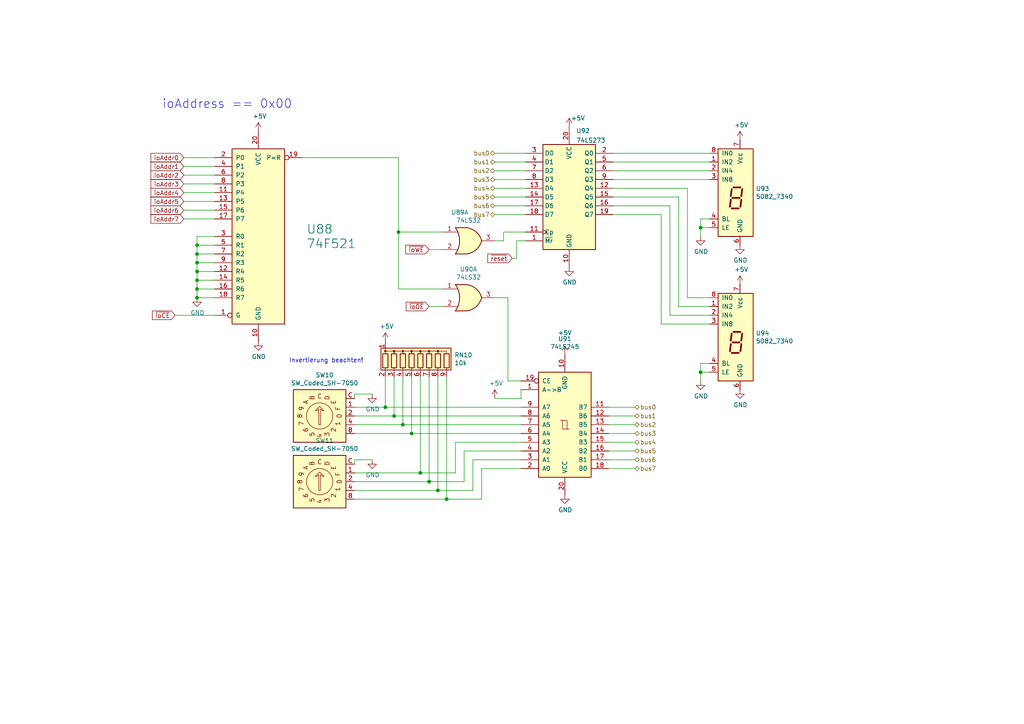
<source format=kicad_sch>
(kicad_sch (version 20211123) (generator eeschema)
  (paper "A4")
  (lib_symbols
    (symbol "74xx:74LS245" (pin_names (offset 1.016))
      (property "Reference" "U" (at -7.62 16.51 0))
      (property "Value" "74LS245" (at -7.62 -16.51 0))
      (symbol "74LS245_1_0"
        (polyline (pts (xy -0.635 -1.27) (xy -0.635 1.27) (xy 0.635 1.27)))
        (polyline (pts (xy -1.27 -1.27) (xy 0.635 -1.27) (xy 0.635 1.27) (xy 1.27 1.27)))
        (pin input line (at -12.7 -10.16 0) (length 5.08) (name "A->B") (number "1"))
        (pin power_in line (at 0 -20.32 90) (length 5.08) (name "GND") (number "10"))
        (pin tri_state line (at 12.7 -5.08 180) (length 5.08) (name "B7") (number "11"))
        (pin tri_state line (at 12.7 -2.54 180) (length 5.08) (name "B6") (number "12"))
        (pin tri_state line (at 12.7 0 180) (length 5.08) (name "B5") (number "13"))
        (pin tri_state line (at 12.7 2.54 180) (length 5.08) (name "B4") (number "14"))
        (pin tri_state line (at 12.7 5.08 180) (length 5.08) (name "B3") (number "15"))
        (pin tri_state line (at 12.7 7.62 180) (length 5.08) (name "B2") (number "16"))
        (pin tri_state line (at 12.7 10.16 180) (length 5.08) (name "B1") (number "17"))
        (pin tri_state line (at 12.7 12.7 180) (length 5.08) (name "B0") (number "18"))
        (pin input inverted (at -12.7 -12.7 0) (length 5.08) (name "CE") (number "19"))
        (pin tri_state line (at -12.7 12.7 0) (length 5.08) (name "A0") (number "2"))
        (pin power_in line (at 0 20.32 270) (length 5.08) (name "VCC") (number "20"))
        (pin tri_state line (at -12.7 10.16 0) (length 5.08) (name "A1") (number "3"))
        (pin tri_state line (at -12.7 7.62 0) (length 5.08) (name "A2") (number "4"))
        (pin tri_state line (at -12.7 5.08 0) (length 5.08) (name "A3") (number "5"))
        (pin tri_state line (at -12.7 2.54 0) (length 5.08) (name "A4") (number "6"))
        (pin tri_state line (at -12.7 0 0) (length 5.08) (name "A5") (number "7"))
        (pin tri_state line (at -12.7 -2.54 0) (length 5.08) (name "A6") (number "8"))
        (pin tri_state line (at -12.7 -5.08 0) (length 5.08) (name "A7") (number "9"))
      )
      (symbol "74LS245_1_1"
        (rectangle (start -7.62 15.24) (end 7.62 -15.24) (stroke (width 0.254)) (fill (type background)))
      )
    )
    (symbol "74xx:74LS273"
      (property "Reference" "U" (at -7.62 16.51 0))
      (property "Value" "74LS273" (at -7.62 -16.51 0))
      (symbol "74LS273_1_0"
        (pin input line (at -12.7 -12.7 0) (length 5.08) (name "~{Mr}") (number "1"))
        (pin power_in line (at 0 -20.32 90) (length 5.08) (name "GND") (number "10"))
        (pin input clock (at -12.7 -10.16 0) (length 5.08) (name "Cp") (number "11"))
        (pin output line (at 12.7 2.54 180) (length 5.08) (name "Q4") (number "12"))
        (pin input line (at -12.7 2.54 0) (length 5.08) (name "D4") (number "13"))
        (pin input line (at -12.7 0 0) (length 5.08) (name "D5") (number "14"))
        (pin output line (at 12.7 0 180) (length 5.08) (name "Q5") (number "15"))
        (pin output line (at 12.7 -2.54 180) (length 5.08) (name "Q6") (number "16"))
        (pin input line (at -12.7 -2.54 0) (length 5.08) (name "D6") (number "17"))
        (pin input line (at -12.7 -5.08 0) (length 5.08) (name "D7") (number "18"))
        (pin output line (at 12.7 -5.08 180) (length 5.08) (name "Q7") (number "19"))
        (pin output line (at 12.7 12.7 180) (length 5.08) (name "Q0") (number "2"))
        (pin power_in line (at 0 20.32 270) (length 5.08) (name "VCC") (number "20"))
        (pin input line (at -12.7 12.7 0) (length 5.08) (name "D0") (number "3"))
        (pin input line (at -12.7 10.16 0) (length 5.08) (name "D1") (number "4"))
        (pin output line (at 12.7 10.16 180) (length 5.08) (name "Q1") (number "5"))
        (pin output line (at 12.7 7.62 180) (length 5.08) (name "Q2") (number "6"))
        (pin input line (at -12.7 7.62 0) (length 5.08) (name "D2") (number "7"))
        (pin input line (at -12.7 5.08 0) (length 5.08) (name "D3") (number "8"))
        (pin output line (at 12.7 5.08 180) (length 5.08) (name "Q3") (number "9"))
      )
      (symbol "74LS273_1_1"
        (rectangle (start -7.62 15.24) (end 7.62 -15.24) (stroke (width 0.254)) (fill (type background)))
      )
    )
    (symbol "74xx:74LS32" (pin_names (offset 1.016))
      (property "Reference" "U" (at 0 1.27 0))
      (property "Value" "74LS32" (at 0 -1.27 0))
      (symbol "74LS32_1_1"
        (arc (start -3.81 -3.81) (mid -2.589 0) (end -3.81 3.81) (stroke (width 0.254)))
        (arc (start -0.6096 -3.81) (mid 2.1855 -2.584) (end 3.81 0) (stroke (width 0.254)) (fill (type background)))
        (polyline (pts (xy -3.81 -3.81) (xy -0.635 -3.81)) (stroke (width 0.254)) (fill (type background)))
        (polyline (pts (xy -3.81 3.81) (xy -0.635 3.81)) (stroke (width 0.254)) (fill (type background)))
        (polyline (pts (xy -0.635 3.81) (xy -3.81 3.81) (xy -3.81 3.81) (xy -3.556 3.4036) (xy -3.0226 2.2606) (xy -2.6924 1.0414) (xy -2.6162 -0.254) (xy -2.7686 -1.4986) (xy -3.175 -2.7178) (xy -3.81 -3.81) (xy -3.81 -3.81) (xy -0.635 -3.81)) (stroke (width -25.4)) (fill (type background)))
        (arc (start 3.81 0) (mid 2.1928 2.5925) (end -0.6096 3.81) (stroke (width 0.254)) (fill (type background)))
        (pin input line (at -7.62 2.54 0) (length 4.318) (name "~") (number "1"))
        (pin input line (at -7.62 -2.54 0) (length 4.318) (name "~") (number "2"))
        (pin output line (at 7.62 0 180) (length 3.81) (name "~") (number "3"))
      )
      (symbol "74LS32_1_2"
        (arc (start 0 -3.81) (mid 3.81 0) (end 0 3.81) (stroke (width 0.254)) (fill (type background)))
        (polyline (pts (xy 0 3.81) (xy -3.81 3.81) (xy -3.81 -3.81) (xy 0 -3.81)) (stroke (width 0.254)) (fill (type background)))
        (pin input inverted (at -7.62 2.54 0) (length 3.81) (name "~") (number "1"))
        (pin input inverted (at -7.62 -2.54 0) (length 3.81) (name "~") (number "2"))
        (pin output inverted (at 7.62 0 180) (length 3.81) (name "~") (number "3"))
      )
      (symbol "74LS32_2_1"
        (arc (start -3.81 -3.81) (mid -2.589 0) (end -3.81 3.81) (stroke (width 0.254)))
        (arc (start -0.6096 -3.81) (mid 2.1855 -2.584) (end 3.81 0) (stroke (width 0.254)) (fill (type background)))
        (polyline (pts (xy -3.81 -3.81) (xy -0.635 -3.81)) (stroke (width 0.254)) (fill (type background)))
        (polyline (pts (xy -3.81 3.81) (xy -0.635 3.81)) (stroke (width 0.254)) (fill (type background)))
        (polyline (pts (xy -0.635 3.81) (xy -3.81 3.81) (xy -3.81 3.81) (xy -3.556 3.4036) (xy -3.0226 2.2606) (xy -2.6924 1.0414) (xy -2.6162 -0.254) (xy -2.7686 -1.4986) (xy -3.175 -2.7178) (xy -3.81 -3.81) (xy -3.81 -3.81) (xy -0.635 -3.81)) (stroke (width -25.4)) (fill (type background)))
        (arc (start 3.81 0) (mid 2.1928 2.5925) (end -0.6096 3.81) (stroke (width 0.254)) (fill (type background)))
        (pin input line (at -7.62 2.54 0) (length 4.318) (name "~") (number "4"))
        (pin input line (at -7.62 -2.54 0) (length 4.318) (name "~") (number "5"))
        (pin output line (at 7.62 0 180) (length 3.81) (name "~") (number "6"))
      )
      (symbol "74LS32_2_2"
        (arc (start 0 -3.81) (mid 3.81 0) (end 0 3.81) (stroke (width 0.254)) (fill (type background)))
        (polyline (pts (xy 0 3.81) (xy -3.81 3.81) (xy -3.81 -3.81) (xy 0 -3.81)) (stroke (width 0.254)) (fill (type background)))
        (pin input inverted (at -7.62 2.54 0) (length 3.81) (name "~") (number "4"))
        (pin input inverted (at -7.62 -2.54 0) (length 3.81) (name "~") (number "5"))
        (pin output inverted (at 7.62 0 180) (length 3.81) (name "~") (number "6"))
      )
      (symbol "74LS32_3_1"
        (arc (start -3.81 -3.81) (mid -2.589 0) (end -3.81 3.81) (stroke (width 0.254)))
        (arc (start -0.6096 -3.81) (mid 2.1855 -2.584) (end 3.81 0) (stroke (width 0.254)) (fill (type background)))
        (polyline (pts (xy -3.81 -3.81) (xy -0.635 -3.81)) (stroke (width 0.254)) (fill (type background)))
        (polyline (pts (xy -3.81 3.81) (xy -0.635 3.81)) (stroke (width 0.254)) (fill (type background)))
        (polyline (pts (xy -0.635 3.81) (xy -3.81 3.81) (xy -3.81 3.81) (xy -3.556 3.4036) (xy -3.0226 2.2606) (xy -2.6924 1.0414) (xy -2.6162 -0.254) (xy -2.7686 -1.4986) (xy -3.175 -2.7178) (xy -3.81 -3.81) (xy -3.81 -3.81) (xy -0.635 -3.81)) (stroke (width -25.4)) (fill (type background)))
        (arc (start 3.81 0) (mid 2.1928 2.5925) (end -0.6096 3.81) (stroke (width 0.254)) (fill (type background)))
        (pin input line (at -7.62 -2.54 0) (length 4.318) (name "~") (number "10"))
        (pin output line (at 7.62 0 180) (length 3.81) (name "~") (number "8"))
        (pin input line (at -7.62 2.54 0) (length 4.318) (name "~") (number "9"))
      )
      (symbol "74LS32_3_2"
        (arc (start 0 -3.81) (mid 3.81 0) (end 0 3.81) (stroke (width 0.254)) (fill (type background)))
        (polyline (pts (xy 0 3.81) (xy -3.81 3.81) (xy -3.81 -3.81) (xy 0 -3.81)) (stroke (width 0.254)) (fill (type background)))
        (pin input inverted (at -7.62 -2.54 0) (length 3.81) (name "~") (number "10"))
        (pin output inverted (at 7.62 0 180) (length 3.81) (name "~") (number "8"))
        (pin input inverted (at -7.62 2.54 0) (length 3.81) (name "~") (number "9"))
      )
      (symbol "74LS32_4_1"
        (arc (start -3.81 -3.81) (mid -2.589 0) (end -3.81 3.81) (stroke (width 0.254)))
        (arc (start -0.6096 -3.81) (mid 2.1855 -2.584) (end 3.81 0) (stroke (width 0.254)) (fill (type background)))
        (polyline (pts (xy -3.81 -3.81) (xy -0.635 -3.81)) (stroke (width 0.254)) (fill (type background)))
        (polyline (pts (xy -3.81 3.81) (xy -0.635 3.81)) (stroke (width 0.254)) (fill (type background)))
        (polyline (pts (xy -0.635 3.81) (xy -3.81 3.81) (xy -3.81 3.81) (xy -3.556 3.4036) (xy -3.0226 2.2606) (xy -2.6924 1.0414) (xy -2.6162 -0.254) (xy -2.7686 -1.4986) (xy -3.175 -2.7178) (xy -3.81 -3.81) (xy -3.81 -3.81) (xy -0.635 -3.81)) (stroke (width -25.4)) (fill (type background)))
        (arc (start 3.81 0) (mid 2.1928 2.5925) (end -0.6096 3.81) (stroke (width 0.254)) (fill (type background)))
        (pin output line (at 7.62 0 180) (length 3.81) (name "~") (number "11"))
        (pin input line (at -7.62 2.54 0) (length 4.318) (name "~") (number "12"))
        (pin input line (at -7.62 -2.54 0) (length 4.318) (name "~") (number "13"))
      )
      (symbol "74LS32_4_2"
        (arc (start 0 -3.81) (mid 3.81 0) (end 0 3.81) (stroke (width 0.254)) (fill (type background)))
        (polyline (pts (xy 0 3.81) (xy -3.81 3.81) (xy -3.81 -3.81) (xy 0 -3.81)) (stroke (width 0.254)) (fill (type background)))
        (pin output inverted (at 7.62 0 180) (length 3.81) (name "~") (number "11"))
        (pin input inverted (at -7.62 2.54 0) (length 3.81) (name "~") (number "12"))
        (pin input inverted (at -7.62 -2.54 0) (length 3.81) (name "~") (number "13"))
      )
      (symbol "74LS32_5_0"
        (pin power_in line (at 0 12.7 270) (length 5.08) (name "VCC") (number "14"))
        (pin power_in line (at 0 -12.7 90) (length 5.08) (name "GND") (number "7"))
      )
      (symbol "74LS32_5_1"
        (rectangle (start -5.08 7.62) (end 5.08 -7.62) (stroke (width 0.254)) (fill (type background)))
      )
    )
    (symbol "Device:R_Network08" (pin_names (offset 0) hide)
      (property "Reference" "RN" (at -12.7 0 90))
      (property "Value" "R_Network08" (at 10.16 0 90))
      (symbol "R_Network08_0_1"
        (rectangle (start -11.43 -3.175) (end 8.89 3.175) (stroke (width 0.254)) (fill (type background)))
        (rectangle (start -10.922 1.524) (end -9.398 -2.54) (stroke (width 0.254)))
        (circle (center -10.16 2.286) (radius 0.254) (fill (type outline)))
        (rectangle (start -8.382 1.524) (end -6.858 -2.54) (stroke (width 0.254)))
        (circle (center -7.62 2.286) (radius 0.254) (fill (type outline)))
        (rectangle (start -5.842 1.524) (end -4.318 -2.54) (stroke (width 0.254)))
        (circle (center -5.08 2.286) (radius 0.254) (fill (type outline)))
        (rectangle (start -3.302 1.524) (end -1.778 -2.54) (stroke (width 0.254)))
        (circle (center -2.54 2.286) (radius 0.254) (fill (type outline)))
        (rectangle (start -0.762 1.524) (end 0.762 -2.54) (stroke (width 0.254)))
        (polyline (pts (xy -10.16 -2.54) (xy -10.16 -3.81)))
        (polyline (pts (xy -7.62 -2.54) (xy -7.62 -3.81)))
        (polyline (pts (xy -5.08 -2.54) (xy -5.08 -3.81)))
        (polyline (pts (xy -2.54 -2.54) (xy -2.54 -3.81)))
        (polyline (pts (xy 0 -2.54) (xy 0 -3.81)))
        (polyline (pts (xy 2.54 -2.54) (xy 2.54 -3.81)))
        (polyline (pts (xy 5.08 -2.54) (xy 5.08 -3.81)))
        (polyline (pts (xy 7.62 -2.54) (xy 7.62 -3.81)))
        (polyline (pts (xy -10.16 1.524) (xy -10.16 2.286) (xy -7.62 2.286) (xy -7.62 1.524)))
        (polyline (pts (xy -7.62 1.524) (xy -7.62 2.286) (xy -5.08 2.286) (xy -5.08 1.524)))
        (polyline (pts (xy -5.08 1.524) (xy -5.08 2.286) (xy -2.54 2.286) (xy -2.54 1.524)))
        (polyline (pts (xy -2.54 1.524) (xy -2.54 2.286) (xy 0 2.286) (xy 0 1.524)))
        (polyline (pts (xy 0 1.524) (xy 0 2.286) (xy 2.54 2.286) (xy 2.54 1.524)))
        (polyline (pts (xy 2.54 1.524) (xy 2.54 2.286) (xy 5.08 2.286) (xy 5.08 1.524)))
        (polyline (pts (xy 5.08 1.524) (xy 5.08 2.286) (xy 7.62 2.286) (xy 7.62 1.524)))
        (circle (center 0 2.286) (radius 0.254) (fill (type outline)))
        (rectangle (start 1.778 1.524) (end 3.302 -2.54) (stroke (width 0.254)))
        (circle (center 2.54 2.286) (radius 0.254) (fill (type outline)))
        (rectangle (start 4.318 1.524) (end 5.842 -2.54) (stroke (width 0.254)))
        (circle (center 5.08 2.286) (radius 0.254) (fill (type outline)))
        (rectangle (start 6.858 1.524) (end 8.382 -2.54) (stroke (width 0.254)))
      )
      (symbol "R_Network08_1_1"
        (pin passive line (at -10.16 5.08 270) (length 2.54) (name "common") (number "1"))
        (pin passive line (at -10.16 -5.08 90) (length 1.27) (name "R1") (number "2"))
        (pin passive line (at -7.62 -5.08 90) (length 1.27) (name "R2") (number "3"))
        (pin passive line (at -5.08 -5.08 90) (length 1.27) (name "R3") (number "4"))
        (pin passive line (at -2.54 -5.08 90) (length 1.27) (name "R4") (number "5"))
        (pin passive line (at 0 -5.08 90) (length 1.27) (name "R5") (number "6"))
        (pin passive line (at 2.54 -5.08 90) (length 1.27) (name "R6") (number "7"))
        (pin passive line (at 5.08 -5.08 90) (length 1.27) (name "R7") (number "8"))
        (pin passive line (at 7.62 -5.08 90) (length 1.27) (name "R8") (number "9"))
      )
    )
    (symbol "EDiC-rescue:5082_7340" (pin_names (offset 1.016))
      (property "Reference" "U" (at 0 2.54 0))
      (property "Value" "5082_7340" (at 0 0 0))
      (symbol "5082_7340_1_1"
        (rectangle (start -16.51 13.97) (end -6.35 -11.43) (stroke (width 0.254)) (fill (type background)))
        (polyline (pts (xy -12.827 -0.762) (xy -13.081 -2.794)) (stroke (width 0.508)))
        (polyline (pts (xy -12.573 -3.302) (xy -10.541 -3.302)) (stroke (width 0.508)))
        (polyline (pts (xy -12.573 2.286) (xy -12.827 0.254)) (stroke (width 0.508)))
        (polyline (pts (xy -12.319 -0.254) (xy -10.287 -0.254)) (stroke (width 0.508)))
        (polyline (pts (xy -12.065 2.794) (xy -10.033 2.794)) (stroke (width 0.508)))
        (polyline (pts (xy -9.779 -0.762) (xy -10.033 -2.794)) (stroke (width 0.508)))
        (polyline (pts (xy -9.525 2.286) (xy -9.779 0.254)) (stroke (width 0.508)))
        (polyline (pts (xy -8.763 -3.302) (xy -8.763 -3.302)) (stroke (width 0.508)))
        (pin input line (at -19.05 10.16 0) (length 2.54) (name "IN2") (number "1"))
        (pin input line (at -19.05 7.62 0) (length 2.54) (name "IN4") (number "2"))
        (pin input line (at -19.05 5.08 0) (length 2.54) (name "IN8") (number "3"))
        (pin input line (at -19.05 -6.35 0) (length 2.54) (name "BL") (number "4"))
        (pin input line (at -19.05 -8.89 0) (length 2.54) (name "LE") (number "5"))
        (pin power_in line (at -10.16 -13.97 90) (length 2.54) (name "GND") (number "6"))
        (pin power_in line (at -10.16 16.51 270) (length 2.54) (name "Vcc") (number "7"))
        (pin input line (at -19.05 12.7 0) (length 2.54) (name "IN0") (number "8"))
      )
    )
    (symbol "EDiC-rescue:74F521" (pin_names (offset 1.016))
      (property "Reference" "U" (at 0 -3.81 0))
      (property "Value" "74F521" (at 0 0 0))
      (symbol "74F521_1_1"
        (rectangle (start -22.86 22.86) (end -7.62 -27.94) (stroke (width 0.254)) (fill (type background)))
        (pin input inverted (at -27.94 -25.4 0) (length 5.08) (name "G") (number "1"))
        (pin power_in line (at -15.24 -33.02 90) (length 5.08) (name "GND") (number "10"))
        (pin input line (at -27.94 10.16 0) (length 5.08) (name "P4") (number "11"))
        (pin input line (at -27.94 -12.7 0) (length 5.08) (name "R4") (number "12"))
        (pin input line (at -27.94 7.62 0) (length 5.08) (name "P5") (number "13"))
        (pin input line (at -27.94 -15.24 0) (length 5.08) (name "R5") (number "14"))
        (pin input line (at -27.94 5.08 0) (length 5.08) (name "P6") (number "15"))
        (pin input line (at -27.94 -17.78 0) (length 5.08) (name "R6") (number "16"))
        (pin input line (at -27.94 2.54 0) (length 5.08) (name "P7") (number "17"))
        (pin input line (at -27.94 -20.32 0) (length 5.08) (name "R7") (number "18"))
        (pin output inverted (at -2.54 20.32 180) (length 5.08) (name "P=R") (number "19"))
        (pin input line (at -27.94 20.32 0) (length 5.08) (name "P0") (number "2"))
        (pin power_in line (at -15.24 27.94 270) (length 5.08) (name "VCC") (number "20"))
        (pin input line (at -27.94 -2.54 0) (length 5.08) (name "R0") (number "3"))
        (pin input line (at -27.94 17.78 0) (length 5.08) (name "P1") (number "4"))
        (pin input line (at -27.94 -5.08 0) (length 5.08) (name "R1") (number "5"))
        (pin input line (at -27.94 15.24 0) (length 5.08) (name "P2") (number "6"))
        (pin input line (at -27.94 -7.62 0) (length 5.08) (name "R2") (number "7"))
        (pin input line (at -27.94 12.7 0) (length 5.08) (name "P3") (number "8"))
        (pin input line (at -27.94 -10.16 0) (length 5.08) (name "R3") (number "9"))
      )
    )
    (symbol "Switch:SW_Coded_SH-7050" (pin_names hide)
      (property "Reference" "SW" (at -7.62 8.89 0))
      (property "Value" "SW_Coded_SH-7050" (at -7.62 -8.89 0))
      (symbol "SW_Coded_SH-7050_0_0"
        (text "0" (at 5.715 0 2700) (effects (font (size 1.27 1.27))))
        (text "1" (at 5.2832 -2.1844 2475) (effects (font (size 1.27 1.27))))
        (text "2" (at 4.0386 -4.0386 2250) (effects (font (size 1.27 1.27))))
        (text "3" (at 2.1844 -5.2832 2025) (effects (font (size 1.27 1.27))))
        (text "4" (at 0 -5.715 1800) (effects (font (size 1.27 1.27))))
        (text "5" (at -2.1844 -5.2832 1575) (effects (font (size 1.27 1.27))))
        (text "6" (at -4.0386 -4.0386 1350) (effects (font (size 1.27 1.27))))
        (text "7" (at -5.2832 -2.1844 1125) (effects (font (size 1.27 1.27))))
        (text "8" (at -5.715 0 900) (effects (font (size 1.27 1.27))))
        (text "9" (at -5.2832 2.1844 675) (effects (font (size 1.27 1.27))))
        (text "A" (at -4.0386 4.0386 450) (effects (font (size 1.27 1.27))))
        (text "B" (at -2.1844 5.2832 225) (effects (font (size 1.27 1.27))))
        (text "C" (at 0 5.715 0) (effects (font (size 1.27 1.27))))
        (text "D" (at 2.1844 5.2832 3375) (effects (font (size 1.27 1.27))))
        (text "E" (at 4.0386 4.0386 3150) (effects (font (size 1.27 1.27))))
        (text "F" (at 5.2832 2.1844 2925) (effects (font (size 1.27 1.27))))
      )
      (symbol "SW_Coded_SH-7050_0_1"
        (polyline (pts (xy -0.254 -2.54) (xy -0.254 2.032) (xy -0.762 1.524) (xy -1.27 1.524) (xy 0 2.794) (xy 1.27 1.524) (xy 0.762 1.524) (xy 0.254 2.032) (xy 0.254 -2.54) (xy -0.254 -2.54) (xy -0.254 -2.54)))
        (circle (center 0 0) (radius 3.81))
        (rectangle (start 7.62 7.62) (end -7.62 -7.62) (stroke (width 0.254)) (fill (type background)))
      )
      (symbol "SW_Coded_SH-7050_1_1"
        (pin passive line (at 10.16 2.54 180) (length 2.54) (name "1") (number "1"))
        (pin passive line (at 10.16 0 180) (length 2.54) (name "2") (number "2"))
        (pin passive line (at 10.16 -2.54 180) (length 2.54) (name "4") (number "4"))
        (pin passive line (at 10.16 -5.08 180) (length 2.54) (name "8") (number "8"))
        (pin passive line (at 10.16 5.08 180) (length 2.54) (name "C") (number "C"))
      )
    )
    (symbol "power:+5V" (power) (pin_names (offset 0))
      (property "Value" "+5V" (at 0 3.556 0))
      (symbol "+5V_0_1"
        (polyline (pts (xy -0.762 1.27) (xy 0 2.54)))
        (polyline (pts (xy 0 0) (xy 0 2.54)))
        (polyline (pts (xy 0 2.54) (xy 0.762 1.27)))
      )
      (symbol "+5V_1_1"
        (pin power_in line (at 0 0 90) (length 0) hide (name "+5V") (number "1"))
      )
    )
    (symbol "power:GND" (power) (pin_names (offset 0))
      (property "Value" "GND" (at 0 -3.81 0))
      (symbol "GND_0_1"
        (polyline (pts (xy 0 0) (xy 0 -1.27) (xy 1.27 -1.27) (xy 0 -2.54) (xy -1.27 -1.27) (xy 0 -1.27)))
      )
      (symbol "GND_1_1"
        (pin power_in line (at 0 0 270) (length 0) hide (name "GND") (number "1"))
      )
    )
  )
  (junction (at 57.15 71.12))
  (junction (at 114.3 120.65))
  (junction (at 57.15 83.82))
  (junction (at 124.46 139.7))
  (junction (at 127 142.24))
  (junction (at 121.92 137.16))
  (junction (at 203.2 66.04))
  (junction (at 115.57 67.31))
  (junction (at 57.15 81.28))
  (junction (at 119.38 125.73))
  (junction (at 203.2 107.95))
  (junction (at 57.15 76.2))
  (junction (at 57.15 78.74))
  (junction (at 57.15 86.36))
  (junction (at 116.84 123.19))
  (junction (at 111.76 118.11))
  (junction (at 129.54 144.78))
  (junction (at 57.15 73.66))
  (wire (pts (xy 203.2 105.41) (xy 205.74 105.41)))
  (wire (pts (xy 184.15 125.73) (xy 176.53 125.73)))
  (wire (pts (xy 57.15 83.82) (xy 57.15 81.28)))
  (wire (pts (xy 147.32 110.49) (xy 151.13 110.49)))
  (wire (pts (xy 57.15 68.58) (xy 62.23 68.58)))
  (wire (pts (xy 57.15 83.82) (xy 62.23 83.82)))
  (wire (pts (xy 199.39 54.61) (xy 199.39 86.36)))
  (wire (pts (xy 203.2 110.49) (xy 203.2 107.95)))
  (wire (pts (xy 62.23 71.12) (xy 57.15 71.12)))
  (wire (pts (xy 57.15 78.74) (xy 57.15 76.2)))
  (wire (pts (xy 152.4 49.53) (xy 143.51 49.53)))
  (wire (pts (xy 205.74 52.07) (xy 177.8 52.07)))
  (wire (pts (xy 151.13 120.65) (xy 114.3 120.65)))
  (wire (pts (xy 176.53 133.35) (xy 184.15 133.35)))
  (wire (pts (xy 137.16 133.35) (xy 151.13 133.35)))
  (wire (pts (xy 191.77 62.23) (xy 191.77 93.98)))
  (wire (pts (xy 132.08 137.16) (xy 121.92 137.16)))
  (wire (pts (xy 205.74 91.44) (xy 194.31 91.44)))
  (wire (pts (xy 62.23 81.28) (xy 57.15 81.28)))
  (wire (pts (xy 205.74 44.45) (xy 177.8 44.45)))
  (wire (pts (xy 124.46 109.22) (xy 124.46 139.7)))
  (wire (pts (xy 205.74 93.98) (xy 191.77 93.98)))
  (wire (pts (xy 143.51 86.36) (xy 147.32 86.36)))
  (wire (pts (xy 129.54 144.78) (xy 139.7 144.78)))
  (wire (pts (xy 124.46 139.7) (xy 134.62 139.7)))
  (wire (pts (xy 194.31 59.69) (xy 194.31 91.44)))
  (wire (pts (xy 205.74 88.9) (xy 196.85 88.9)))
  (wire (pts (xy 177.8 59.69) (xy 194.31 59.69)))
  (wire (pts (xy 107.95 114.3) (xy 102.87 114.3)))
  (wire (pts (xy 205.74 107.95) (xy 203.2 107.95)))
  (wire (pts (xy 205.74 49.53) (xy 177.8 49.53)))
  (wire (pts (xy 127 109.22) (xy 127 142.24)))
  (wire (pts (xy 143.51 52.07) (xy 152.4 52.07)))
  (wire (pts (xy 143.51 115.57) (xy 151.13 115.57)))
  (wire (pts (xy 205.74 66.04) (xy 203.2 66.04)))
  (wire (pts (xy 147.32 86.36) (xy 147.32 110.49)))
  (wire (pts (xy 102.87 137.16) (xy 121.92 137.16)))
  (wire (pts (xy 148.59 74.93) (xy 149.86 74.93)))
  (wire (pts (xy 116.84 123.19) (xy 102.87 123.19)))
  (wire (pts (xy 134.62 130.81) (xy 134.62 139.7)))
  (wire (pts (xy 115.57 83.82) (xy 115.57 67.31)))
  (wire (pts (xy 62.23 63.5) (xy 53.34 63.5)))
  (wire (pts (xy 119.38 125.73) (xy 102.87 125.73)))
  (wire (pts (xy 205.74 86.36) (xy 199.39 86.36)))
  (wire (pts (xy 143.51 62.23) (xy 152.4 62.23)))
  (wire (pts (xy 143.51 69.85) (xy 146.05 69.85)))
  (wire (pts (xy 177.8 62.23) (xy 191.77 62.23)))
  (wire (pts (xy 57.15 73.66) (xy 62.23 73.66)))
  (wire (pts (xy 152.4 44.45) (xy 143.51 44.45)))
  (wire (pts (xy 184.15 135.89) (xy 176.53 135.89)))
  (wire (pts (xy 53.34 55.88) (xy 62.23 55.88)))
  (wire (pts (xy 177.8 57.15) (xy 196.85 57.15)))
  (wire (pts (xy 203.2 68.58) (xy 203.2 66.04)))
  (wire (pts (xy 111.76 118.11) (xy 102.87 118.11)))
  (wire (pts (xy 53.34 45.72) (xy 62.23 45.72)))
  (wire (pts (xy 176.53 118.11) (xy 184.15 118.11)))
  (wire (pts (xy 146.05 69.85) (xy 146.05 67.31)))
  (wire (pts (xy 102.87 133.35) (xy 102.87 134.62)))
  (wire (pts (xy 143.51 57.15) (xy 152.4 57.15)))
  (wire (pts (xy 152.4 59.69) (xy 143.51 59.69)))
  (wire (pts (xy 62.23 53.34) (xy 53.34 53.34)))
  (wire (pts (xy 205.74 46.99) (xy 177.8 46.99)))
  (wire (pts (xy 102.87 144.78) (xy 129.54 144.78)))
  (wire (pts (xy 57.15 81.28) (xy 57.15 78.74)))
  (wire (pts (xy 176.53 123.19) (xy 184.15 123.19)))
  (wire (pts (xy 57.15 78.74) (xy 62.23 78.74)))
  (wire (pts (xy 151.13 115.57) (xy 151.13 113.03)))
  (wire (pts (xy 57.15 86.36) (xy 57.15 83.82)))
  (wire (pts (xy 102.87 139.7) (xy 124.46 139.7)))
  (wire (pts (xy 128.27 83.82) (xy 115.57 83.82)))
  (wire (pts (xy 152.4 54.61) (xy 143.51 54.61)))
  (wire (pts (xy 102.87 142.24) (xy 127 142.24)))
  (wire (pts (xy 177.8 54.61) (xy 199.39 54.61)))
  (wire (pts (xy 151.13 135.89) (xy 139.7 135.89)))
  (wire (pts (xy 62.23 48.26) (xy 53.34 48.26)))
  (wire (pts (xy 57.15 86.36) (xy 62.23 86.36)))
  (wire (pts (xy 132.08 137.16) (xy 132.08 128.27)))
  (wire (pts (xy 57.15 76.2) (xy 57.15 73.66)))
  (wire (pts (xy 137.16 142.24) (xy 137.16 133.35)))
  (wire (pts (xy 107.95 133.35) (xy 102.87 133.35)))
  (wire (pts (xy 121.92 109.22) (xy 121.92 137.16)))
  (wire (pts (xy 132.08 128.27) (xy 151.13 128.27)))
  (wire (pts (xy 143.51 46.99) (xy 152.4 46.99)))
  (wire (pts (xy 184.15 130.81) (xy 176.53 130.81)))
  (wire (pts (xy 149.86 74.93) (xy 149.86 69.85)))
  (wire (pts (xy 53.34 60.96) (xy 62.23 60.96)))
  (wire (pts (xy 50.8 91.44) (xy 62.23 91.44)))
  (wire (pts (xy 127 142.24) (xy 137.16 142.24)))
  (wire (pts (xy 87.63 45.72) (xy 115.57 45.72)))
  (wire (pts (xy 203.2 63.5) (xy 205.74 63.5)))
  (wire (pts (xy 128.27 72.39) (xy 124.46 72.39)))
  (wire (pts (xy 57.15 73.66) (xy 57.15 71.12)))
  (wire (pts (xy 146.05 67.31) (xy 152.4 67.31)))
  (wire (pts (xy 111.76 109.22) (xy 111.76 118.11)))
  (wire (pts (xy 184.15 120.65) (xy 176.53 120.65)))
  (wire (pts (xy 62.23 58.42) (xy 53.34 58.42)))
  (wire (pts (xy 151.13 130.81) (xy 134.62 130.81)))
  (wire (pts (xy 139.7 135.89) (xy 139.7 144.78)))
  (wire (pts (xy 53.34 50.8) (xy 62.23 50.8)))
  (wire (pts (xy 203.2 66.04) (xy 203.2 63.5)))
  (wire (pts (xy 119.38 109.22) (xy 119.38 125.73)))
  (wire (pts (xy 151.13 123.19) (xy 116.84 123.19)))
  (wire (pts (xy 176.53 128.27) (xy 184.15 128.27)))
  (wire (pts (xy 102.87 114.3) (xy 102.87 115.57)))
  (wire (pts (xy 129.54 109.22) (xy 129.54 144.78)))
  (wire (pts (xy 114.3 120.65) (xy 102.87 120.65)))
  (wire (pts (xy 124.46 88.9) (xy 128.27 88.9)))
  (wire (pts (xy 62.23 76.2) (xy 57.15 76.2)))
  (wire (pts (xy 203.2 107.95) (xy 203.2 105.41)))
  (wire (pts (xy 196.85 88.9) (xy 196.85 57.15)))
  (wire (pts (xy 57.15 71.12) (xy 57.15 68.58)))
  (wire (pts (xy 115.57 45.72) (xy 115.57 67.31)))
  (wire (pts (xy 149.86 69.85) (xy 152.4 69.85)))
  (wire (pts (xy 151.13 118.11) (xy 111.76 118.11)))
  (wire (pts (xy 116.84 123.19) (xy 116.84 109.22)))
  (wire (pts (xy 115.57 67.31) (xy 128.27 67.31)))
  (wire (pts (xy 151.13 125.73) (xy 119.38 125.73)))
  (wire (pts (xy 114.3 109.22) (xy 114.3 120.65)))
  (text "Invertierung beachten!" (at 83.82 105.41 0) (effects (font (size 1.27 1.27)) (justify left bottom)))
  (text "ioAddress == 0x00" (at 46.99 31.75 0) (effects (font (size 2.54 2.54)) (justify left bottom)))
  (global_label "~{ioWE}" (shape input) (at 124.46 72.39 180) (property "Intersheet References" "${INTERSHEET_REFS}" (effects hide)))
  (global_label "ioAddr7" (shape input) (at 53.34 63.5 180) (property "Intersheet References" "${INTERSHEET_REFS}" (effects hide)))
  (global_label "ioAddr6" (shape input) (at 53.34 60.96 180) (property "Intersheet References" "${INTERSHEET_REFS}" (effects hide)))
  (global_label "ioAddr1" (shape input) (at 53.34 48.26 180) (property "Intersheet References" "${INTERSHEET_REFS}" (effects hide)))
  (global_label "~{reset}" (shape input) (at 148.59 74.93 180) (property "Intersheet References" "${INTERSHEET_REFS}" (effects hide)))
  (global_label "ioAddr5" (shape input) (at 53.34 58.42 180) (property "Intersheet References" "${INTERSHEET_REFS}" (effects hide)))
  (global_label "~{ioCE}" (shape input) (at 50.8 91.44 180) (property "Intersheet References" "${INTERSHEET_REFS}" (effects hide)))
  (global_label "~{ioOE}" (shape input) (at 124.46 88.9 180) (property "Intersheet References" "${INTERSHEET_REFS}" (effects hide)))
  (global_label "ioAddr2" (shape input) (at 53.34 50.8 180) (property "Intersheet References" "${INTERSHEET_REFS}" (effects hide)))
  (global_label "ioAddr0" (shape input) (at 53.34 45.72 180) (property "Intersheet References" "${INTERSHEET_REFS}" (effects hide)))
  (global_label "ioAddr3" (shape input) (at 53.34 53.34 180) (property "Intersheet References" "${INTERSHEET_REFS}" (effects hide)))
  (global_label "ioAddr4" (shape input) (at 53.34 55.88 180) (property "Intersheet References" "${INTERSHEET_REFS}" (effects hide)))
  (hierarchical_label "bus4" (shape tri_state) (at 184.15 128.27 0))
  (hierarchical_label "bus0" (shape tri_state) (at 184.15 118.11 0))
  (hierarchical_label "bus4" (shape tri_state) (at 143.51 54.61 180))
  (hierarchical_label "bus5" (shape tri_state) (at 143.51 57.15 180))
  (hierarchical_label "bus7" (shape tri_state) (at 184.15 135.89 0))
  (hierarchical_label "bus2" (shape tri_state) (at 184.15 123.19 0))
  (hierarchical_label "bus6" (shape tri_state) (at 184.15 133.35 0))
  (hierarchical_label "bus2" (shape tri_state) (at 143.51 49.53 180))
  (hierarchical_label "bus1" (shape tri_state) (at 184.15 120.65 0))
  (hierarchical_label "bus3" (shape tri_state) (at 184.15 125.73 0))
  (hierarchical_label "bus6" (shape tri_state) (at 143.51 59.69 180))
  (hierarchical_label "bus1" (shape tri_state) (at 143.51 46.99 180))
  (hierarchical_label "bus3" (shape tri_state) (at 143.51 52.07 180))
  (hierarchical_label "bus5" (shape tri_state) (at 184.15 130.81 0))
  (hierarchical_label "bus0" (shape tri_state) (at 143.51 44.45 180))
  (hierarchical_label "bus7" (shape tri_state) (at 143.51 62.23 180))
  (symbol (lib_id "power:GND") (at 165.1 77.47 0) (unit 1)
    (property "Reference" "#PWR0301" (effects hide))
    (property "Value" "GND" (at 165.227 81.8642 0))
  )
  (symbol (lib_id "power:+5V") (at 165.1 36.83 0) (unit 1)
    (property "Reference" "#PWR0300" (effects hide))
    (property "Value" "+5V" (at 167.64 34.29 0))
  )
  (symbol (lib_id "EDiC-rescue:74F521") (at 90.17 66.04 0) (unit 1)
    (property "Reference" "U88" (at 88.7476 66.4718 0) (effects (font (size 2.54 2.54)) (justify left)))
    (property "Value" "74F521" (at 88.7476 70.6882 0) (effects (font (size 2.54 2.54)) (justify left)))
  )
  (symbol (lib_id "power:GND") (at 57.15 86.36 0) (unit 1)
    (property "Reference" "#PWR0291" (effects hide))
    (property "Value" "GND" (at 57.277 90.7542 0))
  )
  (symbol (lib_id "power:GND") (at 74.93 99.06 0) (unit 1)
    (property "Reference" "#PWR0293" (effects hide))
    (property "Value" "GND" (at 75.057 103.4542 0))
  )
  (symbol (lib_id "power:+5V") (at 74.93 38.1 0) (unit 1)
    (property "Reference" "#PWR0292" (effects hide))
    (property "Value" "+5V" (at 75.311 33.7058 0))
  )
  (symbol (lib_id "74xx:74LS32") (at 135.89 69.85 0) (unit 1)
    (property "Reference" "U89" (at 133.35 61.595 0))
    (property "Value" "74LS32" (at 135.89 63.9064 0))
    (property "Datasheet" "http://www.ti.com/lit/gpn/sn74LS32" (effects hide))
  )
  (symbol (lib_id "Switch:SW_Coded_SH-7050") (at 92.71 120.65 0) (unit 1)
    (property "Reference" "SW10" (at 94.1578 108.7882 0))
    (property "Value" "SW_Coded_SH-7050" (at 94.1578 111.0996 0))
    (property "Datasheet" "https://www.nidec-copal-electronics.com/e/catalog/switch/sh-7000.pdf" (effects hide))
  )
  (symbol (lib_id "Device:R_Network08") (at 121.92 104.14 0) (unit 1)
    (property "Reference" "RN10" (at 131.7752 102.9716 0) (effects (justify left)))
    (property "Value" "10k" (at 131.7752 105.283 0) (effects (justify left)))
    (property "Footprint" "Resistor_THT:R_Array_SIP9" (effects hide))
    (property "Datasheet" "http://www.vishay.com/docs/31509/csc.pdf" (effects hide))
  )
  (symbol (lib_id "power:GND") (at 107.95 114.3 0) (unit 1)
    (property "Reference" "#PWR0294" (effects hide))
    (property "Value" "GND" (at 108.077 118.6942 0))
  )
  (symbol (lib_id "power:+5V") (at 111.76 99.06 0) (unit 1)
    (property "Reference" "#PWR0296" (effects hide))
    (property "Value" "+5V" (at 112.141 94.6658 0))
  )
  (symbol (lib_id "Switch:SW_Coded_SH-7050") (at 92.71 139.7 0) (unit 1)
    (property "Reference" "SW11" (at 94.1578 127.8382 0))
    (property "Value" "SW_Coded_SH-7050" (at 94.1578 130.1496 0))
    (property "Datasheet" "https://www.nidec-copal-electronics.com/e/catalog/switch/sh-7000.pdf" (effects hide))
  )
  (symbol (lib_id "power:GND") (at 107.95 133.35 0) (unit 1)
    (property "Reference" "#PWR0295" (effects hide))
    (property "Value" "GND" (at 108.077 137.7442 0))
  )
  (symbol (lib_id "74xx:74LS245") (at 163.83 123.19 0) (mirror x) (unit 1)
    (property "Reference" "U91" (at 163.83 98.2726 0))
    (property "Value" "74LS245" (at 163.83 100.584 0))
    (property "Datasheet" "http://www.ti.com/lit/gpn/sn74LS245" (effects hide))
  )
  (symbol (lib_id "power:+5V") (at 163.83 102.87 0) (unit 1)
    (property "Reference" "#PWR0298" (effects hide))
    (property "Value" "+5V" (at 163.83 96.52 0))
  )
  (symbol (lib_id "power:GND") (at 163.83 143.51 0) (unit 1)
    (property "Reference" "#PWR0299" (effects hide))
    (property "Value" "GND" (at 163.957 147.9042 0))
  )
  (symbol (lib_id "power:+5V") (at 143.51 115.57 0) (unit 1)
    (property "Reference" "#PWR0297" (effects hide))
    (property "Value" "+5V" (at 143.891 111.1758 0))
  )
  (symbol (lib_id "74xx:74LS32") (at 135.89 86.36 0) (unit 1)
    (property "Reference" "U90" (at 135.89 78.105 0))
    (property "Value" "74LS32" (at 135.89 80.4164 0))
    (property "Datasheet" "http://www.ti.com/lit/gpn/sn74LS32" (effects hide))
  )
  (symbol (lib_id "EDiC-rescue:5082_7340") (at 224.79 57.15 0) (unit 1)
    (property "Reference" "U93" (at 219.202 54.7116 0) (effects (justify left)))
    (property "Value" "5082_7340" (at 219.202 57.023 0) (effects (justify left)))
  )
  (symbol (lib_id "power:GND") (at 203.2 68.58 0) (unit 1)
    (property "Reference" "#PWR0302" (effects hide))
    (property "Value" "GND" (at 203.327 72.9742 0))
  )
  (symbol (lib_id "power:GND") (at 214.63 71.12 0) (unit 1)
    (property "Reference" "#PWR0305" (effects hide))
    (property "Value" "GND" (at 214.757 75.5142 0))
  )
  (symbol (lib_id "power:+5V") (at 214.63 40.64 0) (unit 1)
    (property "Reference" "#PWR0304" (effects hide))
    (property "Value" "+5V" (at 215.011 36.2458 0))
  )
  (symbol (lib_id "EDiC-rescue:5082_7340") (at 224.79 99.06 0) (unit 1)
    (property "Reference" "U94" (at 219.202 96.6216 0) (effects (justify left)))
    (property "Value" "5082_7340" (at 219.202 98.933 0) (effects (justify left)))
  )
  (symbol (lib_id "power:GND") (at 203.2 110.49 0) (unit 1)
    (property "Reference" "#PWR0303" (effects hide))
    (property "Value" "GND" (at 203.327 114.8842 0))
  )
  (symbol (lib_id "power:GND") (at 214.63 113.03 0) (unit 1)
    (property "Reference" "#PWR0307" (effects hide))
    (property "Value" "GND" (at 214.757 117.4242 0))
  )
  (symbol (lib_id "power:+5V") (at 214.63 82.55 0) (unit 1)
    (property "Reference" "#PWR0306" (effects hide))
    (property "Value" "+5V" (at 215.011 78.1558 0))
  )
  (symbol (lib_id "74xx:74LS273") (at 165.1 57.15 0) (unit 1)
    (property "Reference" "U92" (at 167.1194 37.9435 0) (effects (justify left)))
    (property "Value" "74LS273" (at 167.1194 40.7186 0) (effects (justify left)))
    (property "Datasheet" "http://www.ti.com/lit/gpn/sn74LS273" (effects hide))
  )
)
</source>
